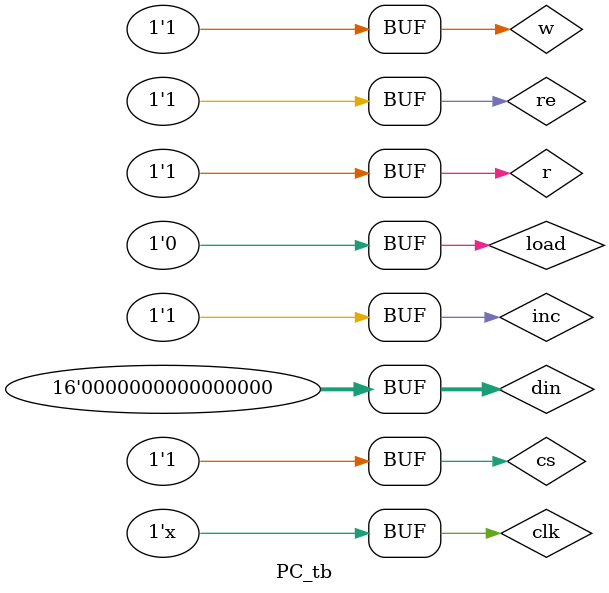
<source format=v>
module PC_tb ;

    reg re,inc,load,clk,cs,w,r ;
    reg [15:0] din ;
    wire [15:0] dout ;


    initial 
        begin 
            clk = 1'b0 ;
        end

    always 
        begin 
            clk = ~clk ; #1 ;
        end


    always 
        begin
            re = 1'b1 ; inc = 1'b0 ; din = 0 ; load = 1'b0 ; cs = 1'b1 ; w = 1'b1 ; r = 1'b1 ; #5 ;
            re = 1'b0 ; inc = 1'b0 ; din = 259;load = 1'b1 ; cs = 1'b1 ; w = 1'b1 ; r = 1'b1 ; #5 ;
            re = 1'b0 ; inc = 1'b1 ; din = 0 ; load = 1'b0 ; cs = 1'b1 ; w = 1'b1 ; r = 1'b1 ; #5 ;
            re = 1'b0 ; inc = 1'b0 ; din = 0 ; load = 1'b0 ; cs = 1'b1 ; w = 1'b1 ; r = 1'b1 ; #5 ;
            re = 1'b0 ; inc = 1'b1 ; din = 0 ; load = 1'b0 ; cs = 1'b1 ; w = 1'b1 ; r = 1'b1 ; #5 ;
            re = 1'b0 ; inc = 1'b0 ; din = 0 ; load = 1'b0 ; cs = 1'b1 ; w = 1'b1 ; r = 1'b1 ; #5 ;
            re = 1'b0 ; inc = 1'b1 ; din = 0 ; load = 1'b0 ; cs = 1'b1 ; w = 1'b1 ; r = 1'b1 ; #5 ;
            re = 1'b0 ; inc = 1'b1 ; din = 0 ; load = 1'b0 ; cs = 1'b1 ; w = 1'b1 ; r = 1'b1 ; #5 ;
            re = 1'b0 ; inc = 1'b1 ; din = 0 ; load = 1'b0 ; cs = 1'b1 ; w = 1'b1 ; r = 1'b1 ; #5 ;
            re = 1'b0 ; inc = 1'b1 ; din = 0 ; load = 1'b0 ; cs = 1'b1 ; w = 1'b1 ; r = 1'b1 ; #5 ;
            re = 1'b0 ; inc = 1'b1 ; din = 0 ; load = 1'b0 ; cs = 1'b1 ; w = 1'b1 ; r = 1'b1 ; #5 ;
            re = 1'b0 ; inc = 1'b1 ; din = 0 ; load = 1'b0 ; cs = 1'b1 ; w = 1'b1 ; r = 1'b1 ; #5 ;
            re = 1'b0 ; inc = 1'b0 ; din = 0 ; load = 1'b1 ; cs = 1'b1 ; w = 1'b1 ; r = 1'b1 ; #5 ;
            re = 1'b0 ; inc = 1'b1 ; din = 0 ; load = 1'b0 ; cs = 1'b1 ; w = 1'b1 ; r = 1'b1 ; #5 ;
            re = 1'b0 ; inc = 1'b1 ; din = 0 ; load = 1'b0 ; cs = 1'b1 ; w = 1'b1 ; r = 1'b1 ; #5 ;
            re = 1'b0 ; inc = 1'b1 ; din = 0 ; load = 1'b0 ; cs = 1'b1 ; w = 1'b1 ; r = 1'b1 ; #5 ;
            re = 1'b0 ; inc = 1'b1 ; din = 0 ; load = 1'b0 ; cs = 1'b1 ; w = 1'b1 ; r = 1'b1 ; #5 ;
            re = 1'b0 ; inc = 1'b1 ; din = 0 ; load = 1'b0 ; cs = 1'b1 ; w = 1'b1 ; r = 1'b1 ; #5 ;
            re = 1'b0 ; inc = 1'b1 ; din = 0 ; load = 1'b0 ; cs = 1'b1 ; w = 1'b1 ; r = 1'b1 ; #5 ;
            re = 1'b0 ; inc = 1'b1 ; din = 0 ; load = 1'b0 ; cs = 1'b1 ; w = 1'b1 ; r = 1'b1 ; #5 ;
            re = 1'b0 ; inc = 1'b1 ; din = 0 ; load = 1'b0 ; cs = 1'b1 ; w = 1'b1 ; r = 1'b1 ; #5 ;
            re = 1'b0 ; inc = 1'b1 ; din = 0 ; load = 1'b0 ; cs = 1'b1 ; w = 1'b1 ; r = 1'b1 ; #5 ;
            re = 1'b0 ; inc = 1'b1 ; din = 0 ; load = 1'b0 ; cs = 1'b1 ; w = 1'b1 ; r = 1'b1 ; #5 ;
            re = 1'b1 ; inc = 1'b1 ; din = 0 ; load = 1'b0 ; cs = 1'b1 ; w = 1'b1 ; r = 1'b1 ; #5 ;

        end

        PC p1(dout,re,inc,load,din,clk,cs,w,r);

endmodule

</source>
